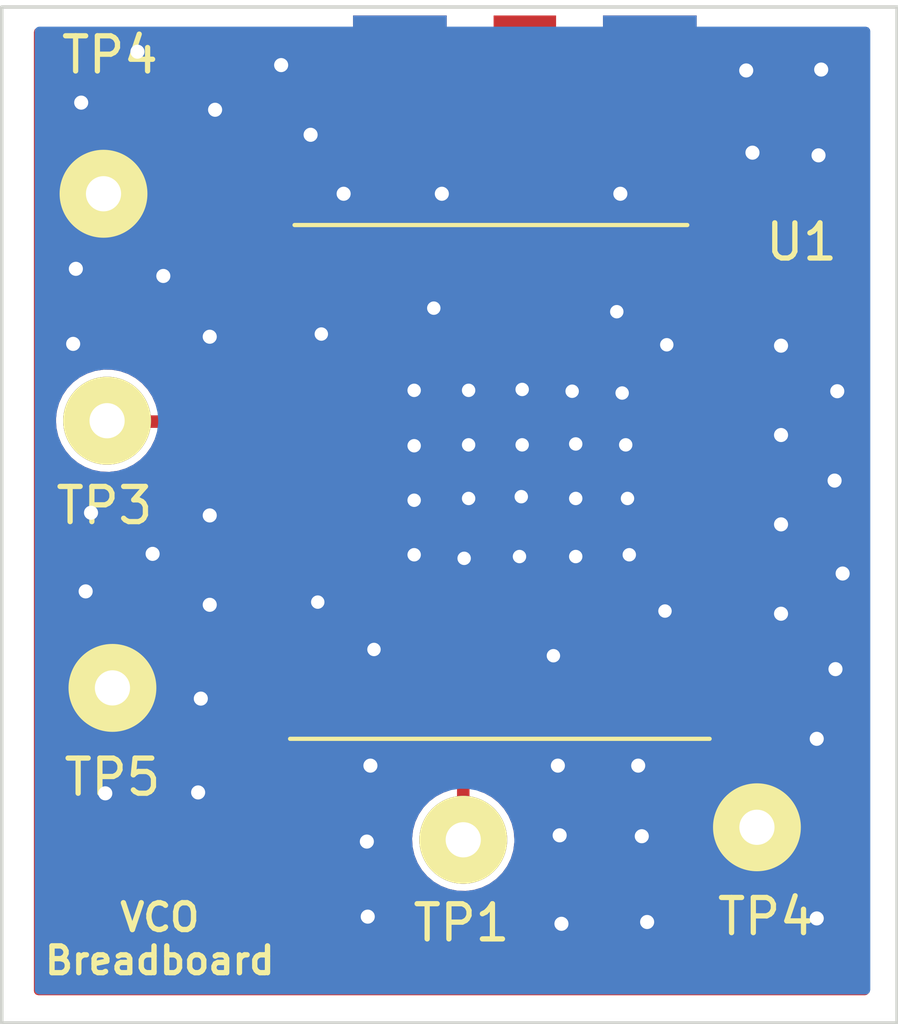
<source format=kicad_pcb>
(kicad_pcb (version 20211014) (generator pcbnew)
  (layers (0 "F.Cu" signal) (31 "B.Cu" signal) (34 "B.Paste" user) (35 "F.Paste" user) (36 "B.SilkS" user "B.Silkscreen") (37 "F.SilkS" user "F.Silkscreen") (38 "B.Mask" user) (39 "F.Mask" user) (44 "Edge.Cuts" user))
  (net 0 "")
  (net 1 "Vtune")
  (net 2 "RF_Out")
  (net 3 "+5V")
  (net 4 "GND")
  (footprint "VCO:SolderWirePad_single_1mmDrill" (layer "F.Cu") (at 109.8804 84.836)
    (fp_text reference "TP4" (at 2.34134 0.37284 unlocked) (layer "F.SilkS"))
    (fp_text value "GND")
    (pad "1" thru_hole circle (at 2.159 4.318) (size 2.49936 2.49936) (drill 1.00076) (layers *.Mask "F.Cu" "In1.Cu" "B.Cu" "F.SilkS") (net 4 "GND"))
  )
  (footprint "VCO:SolderWirePad_single_1mmDrill" (layer "F.Cu") (at 110.1344 98.8822)
    (fp_text reference "TP5" (at 2.159 6.858 unlocked) (layer "F.SilkS"))
    (fp_text value "GND")
    (pad "1" thru_hole circle (at 2.159 4.318) (size 2.49936 2.49936) (drill 1.00076) (layers *.Mask "F.Cu" "In1.Cu" "B.Cu" "F.SilkS") (net 4 "GND"))
  )
  (footprint "VCO:SolderWirePad_single_1mmDrill" (layer "F.Cu") (at 120.1166 103.2002)
    (fp_text reference "TP1" (at 2.1082 6.6802 unlocked) (layer "F.SilkS"))
    (fp_text value "Vtune")
    (pad "1" thru_hole circle (at 2.159 4.318) (size 2.49936 2.49936) (drill 1.00076) (layers *.Mask "F.Cu" "In1.Cu" "B.Cu" "F.SilkS") (net 1 "Vtune"))
  )
  (footprint "VCO:SolderWirePad_single_1mmDrill" (layer "F.Cu") (at 109.982 91.2876)
    (fp_text reference "TP3" (at 2.0828 6.731 unlocked) (layer "F.SilkS"))
    (fp_text value "+5V")
    (pad "1" thru_hole circle (at 2.159 4.318) (size 2.49936 2.49936) (drill 1.00076) (layers *.Mask "F.Cu" "In1.Cu" "B.Cu" "F.SilkS") (net 3 "+5V"))
  )
  (footprint "VCO:MINI-16-SM" (layer "F.Cu") (at 116.84 90.932)
    (fp_text reference "U1" (at 15.0622 -0.4064 unlocked) (layer "F.SilkS"))
    (fp_text value "VCO")
    (fp_line (start 0.635 -0.889) (end 11.811 -0.889) (layer "F.SilkS") (width 0.12))
    (fp_line (start 0.508 13.716) (end 12.446 13.716) (layer "F.SilkS") (width 0.12))
    (pad "1" smd circle (at 5.461 12.7) (size 1.524 1.524) (layers "F.Cu" "F.Paste" "F.Mask") (net 1 "Vtune"))
    (pad "2" smd circle (at 7.239 0) (size 1.524 1.524) (layers "F.Cu" "F.Paste" "F.Mask") (net 2 "RF_Out"))
    (pad "3" smd circle (at 0 4.699) (size 1.524 1.524) (layers "F.Cu" "F.Paste" "F.Mask") (net 3 "+5V"))
    (pad "GND" smd circle (at 12.7 2.413) (size 1.524 1.524) (layers "F.Cu" "F.Paste" "F.Mask") (net 4 "GND"))
    (pad "GND" smd circle (at 2.159 0) (size 1.524 1.524) (layers "F.Cu" "F.Paste" "F.Mask") (net 4 "GND"))
    (pad "GND" smd circle (at 0 2.159) (size 1.524 1.524) (layers "F.Cu" "F.Paste" "F.Mask") (net 4 "GND"))
    (pad "GND" smd custom (at 1.524 1.524) (size 1.524 1.524) (layers "F.Cu" "F.Paste" "F.Mask") (net 4 "GND") (options (clearance outline) (anchor rect)) (primitives (gr_poly (pts (xy -0.7112 -0.7112) (xy 3.7592 -0.7112) (xy 3.7592 1.2192) (xy 7.6708 1.2192) (xy 7.6708 -0.7112) (xy 10.3632 -0.7112) (xy 10.3632 10.414) (xy 5.8928 10.414) (xy 5.8928 8.382) (xy 1.9812 8.382) (xy 1.9812 10.414) (xy -0.7112 10.414) (xy -0.7112 5.1308) (xy 1.27 5.1308) (xy 1.27 1.2192) (xy -0.7112 1.2192) (xy -0.7112 0.254)) (width 0.2) (fill yes))))
    (pad "GND" smd circle (at 9.779 0) (size 1.524 1.524) (layers "F.Cu" "F.Paste" "F.Mask") (net 4 "GND"))
    (pad "GND" smd circle (at 12.7 7.493) (size 1.524 1.524) (layers "F.Cu" "F.Paste" "F.Mask") (net 4 "GND"))
    (pad "GND" smd circle (at 0 9.779) (size 1.524 1.524) (layers "F.Cu" "F.Paste" "F.Mask") (net 4 "GND"))
    (pad "GND" smd circle (at 12.7 4.953) (size 1.524 1.524) (layers "F.Cu" "F.Paste" "F.Mask") (net 4 "GND"))
    (pad "GND" smd circle (at 10.541 12.7) (size 1.524 1.524) (layers "F.Cu" "F.Paste" "F.Mask") (net 4 "GND"))
    (pad "GND" smd circle (at 8.001 12.7) (size 1.524 1.524) (layers "F.Cu" "F.Paste" "F.Mask") (net 4 "GND"))
    (pad "GND" smd circle (at 4.699 0) (size 1.524 1.524) (layers "F.Cu" "F.Paste" "F.Mask") (net 4 "GND"))
    (pad "GND" smd circle (at 12.7 10.033) (size 1.524 1.524) (layers "F.Cu" "F.Paste" "F.Mask") (net 4 "GND"))
    (pad "GND" smd circle (at 0 7.239) (size 1.524 1.524) (layers "F.Cu" "F.Paste" "F.Mask") (net 4 "GND"))
    (pad "GND" smd circle (at 2.921 12.7) (size 1.524 1.524) (layers "F.Cu" "F.Paste" "F.Mask") (net 4 "GND"))
  )
  (footprint "VCO:SMA Molex 0732512120" (layer "F.Cu") (at 118.9482 83.8962)
    (fp_text reference "REF**" hide)
    (fp_text value "SMA Molex 0732512120" hide)
    (pad "1" smd rect (at 5.08 2.286) (size 1.778 4.191) (layers "F.Cu" "F.Paste" "F.Mask") (net 2 "RF_Out"))
    (pad "2" smd rect (at 1.524 2.286) (size 2.667 4.191) (layers "F.Cu" "F.Paste" "F.Mask") (net 4 "GND"))
    (pad "3" smd rect (at 8.636 2.286) (size 2.667 4.191) (layers "F.Cu" "F.Paste" "F.Mask") (net 4 "GND"))
    (pad "4" smd rect (at 8.636 2.286) (size 2.667 4.191) (layers "B.Cu" "B.Paste" "B.Mask") (net 4 "GND"))
    (pad "5" smd rect (at 1.524 2.286) (size 2.667 4.191) (layers "B.Cu" "F.Paste" "B.Mask") (net 4 "GND"))
  )
  (footprint "VCO:SolderWirePad_single_1mmDrill" (layer "F.Cu") (at 128.4732 102.8446)
    (fp_text reference "TP4" (at 2.413 6.858 unlocked) (layer "F.SilkS"))
    (fp_text value "GND")
    (pad "1" thru_hole circle (at 2.159 4.318) (size 2.49936 2.49936) (drill 1.00076) (layers *.Mask "F.Cu" "In1.Cu" "B.Cu" "F.SilkS") (net 4 "GND"))
  )
  (gr_rect (start 134.62 83.8454) (end 109.1438 112.7252) (layer "Edge.Cuts") (width 0.1) (fill none))
  (gr_text "VCO\nBreadboard" (at 113.6396 110.3376) (layer "F.SilkS") (effects (font (size 0.762 0.762) (thickness 0.1524))))
  (segment (start 122.2756 107.5182) (end 122.2756 103.6574) (width 0.3556) (layer "F.Cu") (net 1))
  (segment (start 122.2756 103.6574) (end 122.301 103.632) (width 0.25) (layer "F.Cu") (net 1))
  (segment (start 124.079 90.932) (end 124.079 86.2076) (width 1.143) (layer "F.Cu") (net 2))
  (segment (start 116.84 95.631) (end 112.1664 95.631) (width 0.3556) (layer "F.Cu") (net 3))
  (segment (start 112.1664 95.631) (end 112.141 95.6056) (width 0.25) (layer "F.Cu") (net 3))
  (segment (start 118.999 90.932) (end 118.999 89.281) (width 0.3556) (layer "F.Cu") (net 4))
  (segment (start 127.381 105.283) (end 127.254 105.41) (width 0.25) (layer "F.Cu") (net 4))
  (segment (start 119.761 103.632) (end 119.761 105.283) (width 0.3556) (layer "F.Cu") (net 4))
  (segment (start 121.539 89.281) (end 121.666 89.154) (width 0.25) (layer "F.Cu") (net 4))
  (segment (start 129.54 95.885) (end 131.191 95.885) (width 0.3556) (layer "F.Cu") (net 4))
  (segment (start 127.381 103.632) (end 127.381 105.283) (width 0.3556) (layer "F.Cu") (net 4))
  (segment (start 116.84 98.171) (end 115.189 98.171) (width 0.3556) (layer "F.Cu") (net 4))
  (segment (start 124.841 105.283) (end 124.968 105.41) (width 0.25) (layer "F.Cu") (net 4))
  (segment (start 124.841 103.632) (end 124.841 105.283) (width 0.3556) (layer "F.Cu") (net 4))
  (segment (start 116.84 93.091) (end 115.189 93.091) (width 0.3556) (layer "F.Cu") (net 4))
  (segment (start 115.189 93.091) (end 115.062 93.218) (width 0.25) (layer "F.Cu") (net 4))
  (segment (start 131.191 95.885) (end 131.318 96.012) (width 0.25) (layer "F.Cu") (net 4))
  (segment (start 118.999 89.281) (end 118.872 89.154) (width 0.25) (layer "F.Cu") (net 4))
  (segment (start 115.189 100.711) (end 115.062 100.838) (width 0.25) (layer "F.Cu") (net 4))
  (segment (start 126.746 90.805) (end 126.619 90.932) (width 0.25) (layer "F.Cu") (net 4))
  (segment (start 119.761 105.283) (end 119.634 105.41) (width 0.25) (layer "F.Cu") (net 4))
  (segment (start 129.667 93.472) (end 129.54 93.345) (width 0.25) (layer "F.Cu") (net 4))
  (segment (start 129.54 98.425) (end 131.191 98.425) (width 0.3556) (layer "F.Cu") (net 4))
  (segment (start 126.746 89.154) (end 126.746 90.805) (width 0.25) (layer "F.Cu") (net 4))
  (segment (start 121.539 90.932) (end 121.539 89.281) (width 0.3556) (layer "F.Cu") (net 4))
  (segment (start 129.54 100.965) (end 131.191 100.965) (width 0.3556) (layer "F.Cu") (net 4))
  (segment (start 115.189 98.171) (end 115.062 98.298) (width 0.25) (layer "F.Cu") (net 4))
  (segment (start 131.191 100.965) (end 131.318 101.092) (width 0.25) (layer "F.Cu") (net 4))
  (segment (start 116.84 100.711) (end 115.189 100.711) (width 0.3556) (layer "F.Cu") (net 4))
  (segment (start 131.318 93.472) (end 129.667 93.472) (width 0.25) (layer "F.Cu") (net 4))
  (segment (start 131.191 98.425) (end 131.318 98.552) (width 0.25) (layer "F.Cu") (net 4))
  (via (at 132.842 97.3074) (size 0.8) (drill 0.4) (layers "F.Cu" "B.Cu") (net 4))
  (via (at 123.952 94.7166) (size 0.762) (drill 0.381) (layers "F.Cu" "B.Cu") (net 4))
  (via (at 124.841 102.2858) (size 0.762) (drill 0.381) (layers "F.Cu" "B.Cu") (net 4))
  (via (at 124.968 105.41) (size 0.8) (drill 0.4) (layers "F.Cu" "B.Cu") (net 4))
  (via (at 111.4044 86.5632) (size 0.8) (drill 0.4) (layers "F.Cu" "B.Cu") (net 4))
  (via (at 132.334 109.7534) (size 0.8) (drill 0.4) (layers "F.Cu" "B.Cu") (net 4))
  (via (at 131.318 93.472) (size 0.8) (drill 0.4) (layers "F.Cu" "B.Cu") (net 4))
  (via (at 117.9322 87.4776) (size 0.8) (drill 0.4) (layers "F.Cu" "B.Cu") (net 4))
  (via (at 112.0902 106.1974) (size 0.8) (drill 0.4) (layers "F.Cu" "B.Cu") (net 4))
  (via (at 119.5324 107.569) (size 0.8) (drill 0.4) (layers "F.Cu" "B.Cu") (net 4))
  (via (at 119.7356 102.108) (size 0.762) (drill 0.381) (layers "F.Cu" "B.Cu") (net 4))
  (via (at 127.254 105.41) (size 0.8) (drill 0.4) (layers "F.Cu" "B.Cu") (net 4))
  (via (at 126.746 89.154) (size 0.8) (drill 0.4) (layers "F.Cu" "B.Cu") (net 4))
  (via (at 115.2144 86.7664) (size 0.8) (drill 0.4) (layers "F.Cu" "B.Cu") (net 4))
  (via (at 114.808 103.505) (size 0.8) (drill 0.4) (layers "F.Cu" "B.Cu") (net 4))
  (via (at 122.301 99.5172) (size 0.762) (drill 0.381) (layers "F.Cu" "B.Cu") (net 4))
  (via (at 122.428 97.8154) (size 0.762) (drill 0.381) (layers "F.Cu" "B.Cu") (net 4))
  (via (at 114.7318 106.172) (size 0.8) (drill 0.4) (layers "F.Cu" "B.Cu") (net 4))
  (via (at 122.428 94.742) (size 0.762) (drill 0.381) (layers "F.Cu" "B.Cu") (net 4))
  (via (at 127 99.4156) (size 0.762) (drill 0.381) (layers "F.Cu" "B.Cu") (net 4))
  (via (at 132.461 85.6234) (size 0.8) (drill 0.4) (layers "F.Cu" "B.Cu") (net 4))
  (via (at 120.8786 99.4156) (size 0.762) (drill 0.381) (layers "F.Cu" "B.Cu") (net 4))
  (via (at 128.016 101.0158) (size 0.762) (drill 0.381) (layers "F.Cu" "B.Cu") (net 4))
  (via (at 113.0046 85.1154) (size 0.8) (drill 0.4) (layers "F.Cu" "B.Cu") (net 4))
  (via (at 131.318 98.552) (size 0.8) (drill 0.4) (layers "F.Cu" "B.Cu") (net 4))
  (via (at 115.062 93.218) (size 0.8) (drill 0.4) (layers "F.Cu" "B.Cu") (net 4))
  (via (at 120.8786 97.8662) (size 0.762) (drill 0.381) (layers "F.Cu" "B.Cu") (net 4))
  (via (at 131.318 96.012) (size 0.8) (drill 0.4) (layers "F.Cu" "B.Cu") (net 4))
  (via (at 123.8758 99.4664) (size 0.762) (drill 0.381) (layers "F.Cu" "B.Cu") (net 4))
  (via (at 123.952 96.2914) (size 0.762) (drill 0.381) (layers "F.Cu" "B.Cu") (net 4))
  (via (at 130.5052 87.9856) (size 0.8) (drill 0.4) (layers "F.Cu" "B.Cu") (net 4))
  (via (at 132.8674 102.6668) (size 0.8) (drill 0.4) (layers "F.Cu" "B.Cu") (net 4))
  (via (at 126.8984 96.2914) (size 0.762) (drill 0.381) (layers "F.Cu" "B.Cu") (net 4))
  (via (at 125.476 97.8154) (size 0.762) (drill 0.381) (layers "F.Cu" "B.Cu") (net 4))
  (via (at 126.6444 92.5068) (size 0.762) (drill 0.381) (layers "F.Cu" "B.Cu") (net 4))
  (via (at 117.094 85.4964) (size 0.8) (drill 0.4) (layers "F.Cu" "B.Cu") (net 4))
  (via (at 133.0706 99.949) (size 0.8) (drill 0.4) (layers "F.Cu" "B.Cu") (net 4))
  (via (at 111.6838 98.2218) (size 0.8) (drill 0.4) (layers "F.Cu" "B.Cu") (net 4))
  (via (at 128.0668 93.4466) (size 0.762) (drill 0.381) (layers "F.Cu" "B.Cu") (net 4))
  (via (at 121.4374 92.4052) (size 0.762) (drill 0.381) (layers "F.Cu" "B.Cu") (net 4))
  (via (at 119.5578 109.7026) (size 0.8) (drill 0.4) (layers "F.Cu" "B.Cu") (net 4))
  (via (at 125.3744 94.7674) (size 0.762) (drill 0.381) (layers "F.Cu" "B.Cu") (net 4))
  (via (at 120.8786 94.742) (size 0.762) (drill 0.381) (layers "F.Cu" "B.Cu") (net 4))
  (via (at 132.3848 88.0618) (size 0.8) (drill 0.4) (layers "F.Cu" "B.Cu") (net 4))
  (via (at 121.666 89.154) (size 0.8) (drill 0.4) (layers "F.Cu" "B.Cu") (net 4))
  (via (at 111.252 91.2876) (size 0.8) (drill 0.4) (layers "F.Cu" "B.Cu") (net 4))
  (via (at 125.0188 107.3912) (size 0.8) (drill 0.4) (layers "F.Cu" "B.Cu") (net 4))
  (via (at 123.9266 97.7646) (size 0.762) (drill 0.381) (layers "F.Cu" "B.Cu") (net 4))
  (via (at 122.428 96.2914) (size 0.762) (drill 0.381) (layers "F.Cu" "B.Cu") (net 4))
  (via (at 125.476 99.4664) (size 0.762) (drill 0.381) (layers "F.Cu" "B.Cu") (net 4))
  (via (at 118.237 93.1418) (size 0.762) (drill 0.381) (layers "F.Cu" "B.Cu") (net 4))
  (via (at 118.872 89.154) (size 0.8) (drill 0.4) (layers "F.Cu" "B.Cu") (net 4))
  (via (at 130.3274 85.6488) (size 0.8) (drill 0.4) (layers "F.Cu" "B.Cu") (net 4))
  (via (at 126.9492 97.8154) (size 0.762) (drill 0.381) (layers "F.Cu" "B.Cu") (net 4))
  (via (at 125.0696 109.9058) (size 0.8) (drill 0.4) (layers "F.Cu" "B.Cu") (net 4))
  (via (at 111.5314 100.457) (size 0.8) (drill 0.4) (layers "F.Cu" "B.Cu") (net 4))
  (via (at 127.508 109.855) (size 0.8) (drill 0.4) (layers "F.Cu" "B.Cu") (net 4))
  (via (at 131.318 101.092) (size 0.8) (drill 0.4) (layers "F.Cu" "B.Cu") (net 4))
  (via (at 113.4364 99.3902) (size 0.8) (drill 0.4) (layers "F.Cu" "B.Cu") (net 4))
  (via (at 132.9182 94.7674) (size 0.8) (drill 0.4) (layers "F.Cu" "B.Cu") (net 4))
  (via (at 115.062 98.298) (size 0.8) (drill 0.4) (layers "F.Cu" "B.Cu") (net 4))
  (via (at 132.334 104.648) (size 0.8) (drill 0.4) (layers "F.Cu" "B.Cu") (net 4))
  (via (at 119.634 105.41) (size 0.8) (drill 0.4) (layers "F.Cu" "B.Cu") (net 4))
  (via (at 126.7968 94.8182) (size 0.762) (drill 0.381) (layers "F.Cu" "B.Cu") (net 4))
  (via (at 118.1354 100.7618) (size 0.762) (drill 0.381) (layers "F.Cu" "B.Cu") (net 4))
  (via (at 120.8786 96.3168) (size 0.762) (drill 0.381) (layers "F.Cu" "B.Cu") (net 4))
  (via (at 115.062 100.838) (size 0.8) (drill 0.4) (layers "F.Cu" "B.Cu") (net 4))
  (via (at 127.3556 107.4166) (size 0.8) (drill 0.4) (layers "F.Cu" "B.Cu") (net 4))
  (via (at 125.476 96.266) (size 0.762) (drill 0.381) (layers "F.Cu" "B.Cu") (net 4))
  (via (at 111.1758 93.4212) (size 0.8) (drill 0.4) (layers "F.Cu" "B.Cu") (net 4))
  (via (at 113.7412 91.4908) (size 0.8) (drill 0.4) (layers "F.Cu" "B.Cu") (net 4))
  (segment (start 131.318 101.346) (end 131.318 101.092) (width 0.25) (layer "B.Cu") (net 4))
  (segment (start 131.318 98.552) (end 131.318 96.012) (width 0.3556) (layer "B.Cu") (net 4))
  (segment (start 131.318 101.092) (end 131.318 98.552) (width 0.3556) (layer "B.Cu") (net 4))
  (segment (start 114.6556 100.838) (end 115.062 100.838) (width 0.3556) (layer "B.Cu") (net 4))
  (segment (start 115.062 100.838) (end 119.634 105.41) (width 0.3556) (layer "B.Cu") (net 4))
  (segment (start 130.6322 107.1626) (end 128.8796 105.41) (width 0.3556) (layer "B.Cu") (net 4))
  (segment (start 115.062 98.298) (end 115.062 100.838) (width 0.3556) (layer "B.Cu") (net 4))
  (segment (start 121.666 89.154) (end 118.872 89.154) (width 0.3556) (layer "B.Cu") (net 4))
  (segment (start 126.746 89.154) (end 121.666 89.154) (width 0.3556) (layer "B.Cu") (net 4))
  (segment (start 112.2934 103.2002) (end 114.6556 100.838) (width 0.3556) (layer "B.Cu") (net 4))
  (segment (start 127.254 105.41) (end 131.318 101.346) (width 0.3556) (layer "B.Cu") (net 4))
  (segment (start 118.872 89.154) (end 115.062 92.964) (width 0.3556) (layer "B.Cu") (net 4))
  (segment (start 115.062 92.964) (end 115.062 93.218) (width 0.25) (layer "B.Cu") (net 4))
  (segment (start 131.318 96.012) (end 131.318 93.472) (width 0.3556) (layer "B.Cu") (net 4))
  (segment (start 124.968 105.41) (end 127.254 105.41) (width 0.3556) (layer "B.Cu") (net 4))
  (segment (start 112.0394 89.154) (end 118.872 89.154) (width 0.3556) (layer "B.Cu") (net 4))
  (segment (start 128.8796 105.41) (end 127.254 105.41) (width 0.3556) (layer "B.Cu") (net 4))
  (zone (net 4) (net_name "GND") (layer "F.Cu") (connect_pads yes (clearance 0.1778)) (min_thickness 0.254) (fill yes (thermal_gap 0.508) (thermal_bridge_width 0.508))
    (polygon (pts (xy 133.8326 111.9378) (xy 110.0582 111.9378) (xy 110.0582 84.4296) (xy 133.8326 84.4296)))
  )
  (zone (net 4) (net_name "GND") (layer "B.Cu") (connect_pads yes (clearance 0.1778)) (min_thickness 0.254) (fill yes (thermal_gap 0.508) (thermal_bridge_width 0.508))
    (polygon (pts (xy 133.858 111.9124) (xy 110.0836 111.9124) (xy 110.0836 84.4042) (xy 133.858 84.4042)))
  )
)
</source>
